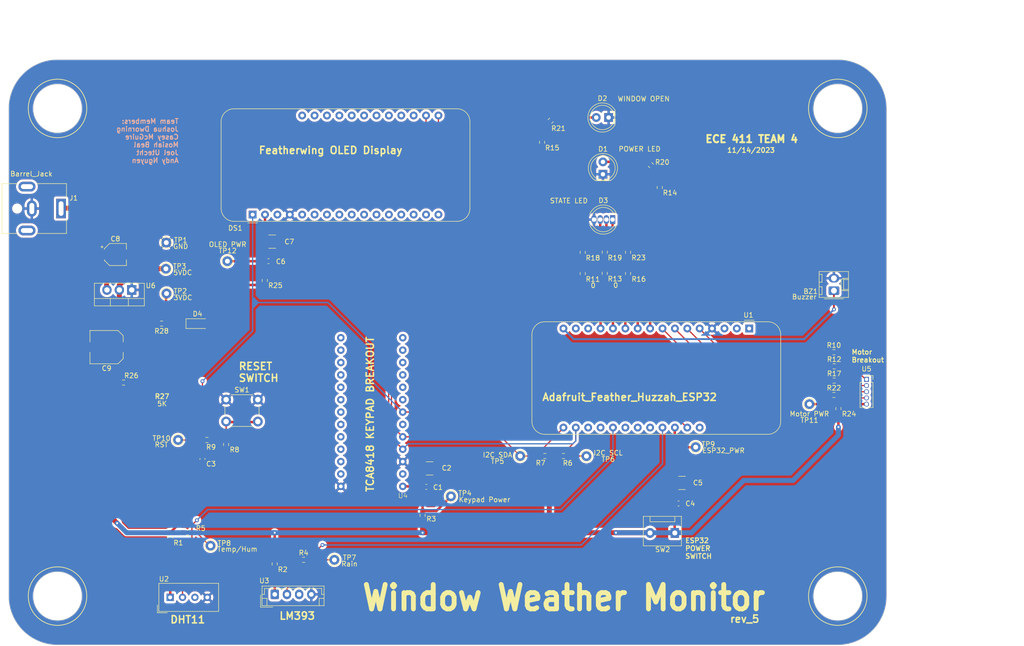
<source format=kicad_pcb>
(kicad_pcb (version 20221018) (generator pcbnew)
  (title_block (title "Window Weather Monitor") (date "2023-11-10") (rev "4") (company "Team 4"))
  (layers (0 "F.Cu" signal) (31 "B.Cu" signal) (36 "B.SilkS" user "B.Silkscreen") (37 "F.SilkS" user "F.Silkscreen") (38 "B.Mask" user) (39 "F.Mask" user) (44 "Edge.Cuts" user))
  (net 0 "")
  (net 1 "Net-(BZ1--)")
  (net 2 "Net-(SW2-A)")
  (net 3 "Net-(U1-DAC2{slash}A0)")
  (net 4 "GND")
  (net 5 "Net-(U1-MISO{slash}IO19)")
  (net 6 "Net-(U1-DAC1{slash}A1)")
  (net 7 "Net-(U1-MOSI{slash}IO18)")
  (net 8 "Net-(U1-IO36{slash}A4)")
  (net 9 "Net-(U1-IO4{slash}A5)")
  (net 10 "Net-(U1-SCK{slash}IO5)")
  (net 11 "Net-(U1-I34{slash}A2)")
  (net 12 "Net-(U1-I39{slash}A3)")
  (net 17 "I2C SDA")
  (net 18 "I2C SCL")
  (net 21 "/Temp_Hum_DO")
  (net 25 "/Rain_DO")
  (net 27 "RST SW")
  (net 29 "/+5VDC")
  (net 30 "/+3VDC")
  (net 31 "Net-(D2-A)")
  (net 32 "Net-(D1-A)")
  (net 33 "Net-(D3-RA)")
  (net 34 "Net-(D3-GA)")
  (net 35 "Net-(D3-BA)")
  (net 36 "Net-(DS1-3V+)")
  (net 37 "Net-(U2-VCC)")
  (net 38 "Net-(U3-VCC)")
  (net 39 "Net-(R16-Pad2)")
  (net 48 "Net-(U4-R3)")
  (net 49 "Net-(U4-R2)")
  (net 50 "Net-(U4-R1)")
  (net 51 "Net-(U4-R0)")
  (net 52 "Net-(U4-C0)")
  (net 53 "Net-(U4-C1)")
  (net 54 "Net-(U4-C2)")
  (net 55 "Net-(U4-C3)")
  (net 62 "Net-(U4-VIN)")
  (net 63 "Net-(R8-Pad2)")
  (net 64 "Net-(U5-M0)")
  (net 65 "Net-(R11-Pad2)")
  (net 66 "Net-(U5-M1)")
  (net 67 "Net-(R13-Pad2)")
  (net 68 "Net-(R14-Pad2)")
  (net 69 "Net-(R15-Pad2)")
  (net 70 "Net-(U5-M2)")
  (net 71 "Net-(U5-M3)")
  (net 72 "Net-(U5-VCC)")
  (net 73 "Net-(R26-Pad2)")
  (net 74 "Net-(U6-VI)")
  (footprint "Resistor_SMD:R_0603_1608Metric_Pad0.98x0.95mm_HandSolder" (layer "F.Cu") (at 199.2122 89.9922)
    (fp_text reference "R10")
    (fp_text value "0")
  )
  (footprint "Resistor_SMD:R_0603_1608Metric_Pad0.98x0.95mm_HandSolder" (layer "F.Cu") (at 82.4992 75.2856 -90)
    (fp_text reference "R25")
    (fp_text value "0")
  )
  (footprint "Resistor_SMD:R_0603_1608Metric_Pad0.98x0.95mm_HandSolder" (layer "F.Cu") (at 53.5432 96.2152)
    (fp_text reference "R26")
    (fp_text value "121")
  )
  (footprint "1_ECE 411:PSU_F.Cu" (layer "F.Cu") (at 182.375 62.05)
    (fp_text reference "Ref**" hide)
    (fp_text value "Val**" hide)
  )
  (footprint "Resistor_SMD:R_0603_1608Metric_Pad0.98x0.95mm_HandSolder" (layer "F.Cu") (at 63.119 127.889 90)
    (fp_text reference "R1")
    (fp_text value "0")
  )
  (footprint "Resistor_SMD:R_0603_1608Metric_Pad0.98x0.95mm_HandSolder" (layer "F.Cu") (at 147.701 73.8632 90)
    (fp_text reference "R11")
    (fp_text value "0")
  )
  (footprint "1_ECE 411:PSU_F.Cu" (layer "F.Cu") (at 182.375 62.05)
    (fp_text reference "")
    (fp_text value "")
  )
  (footprint "Resistor_SMD:R_0603_1608Metric_Pad0.98x0.95mm_HandSolder" (layer "F.Cu") (at 61.341 84.1248)
    (fp_text reference "R28")
    (fp_text value "430")
  )
  (footprint "Module:Adafruit_Feather" (layer "F.Cu") (at 80.01 61.7669 90)
    (fp_text reference "DS1")
    (fp_text value "~")
  )
  (footprint "Resistor_SMD:R_0603_1608Metric_Pad0.98x0.95mm_HandSolder" (layer "F.Cu") (at 84.5312 133.3989 90)
    (fp_text reference "R2")
    (fp_text value "0")
  )
  (footprint "my_library:5K Trim Pot" (layer "F.Cu") (at 61.4172 102.2652)
    (fp_text reference "R27")
    (fp_text value "5K")
  )
  (footprint "Connector_PinSocket_1.27mm:PinSocket_1x05_P1.27mm_Vertical" (layer "F.Cu") (at 205.8924 95.5548)
    (fp_text reference "U5")
    (fp_text value "~")
  )
  (footprint "Resistor_SMD:R_0603_1608Metric_Pad0.98x0.95mm_HandSolder" (layer "F.Cu") (at 152.2222 69.4709 90)
    (fp_text reference "R19")
    (fp_text value "100")
  )
  (footprint "LED_THT:LED_D5.0mm-4_RGB" (layer "F.Cu") (at 153.8224 62.7888 180)
    (fp_text reference "D3")
    (fp_text value "STATE LED")
  )
  (footprint "my_library:TestPoint_THTPad_D2.0mm_Drill1.0mm" (layer "F.Cu") (at 148.463 111.3028 180)
    (fp_text reference "TP6")
    (fp_text value "I2C SCL")
  )
  (footprint "Resistor_SMD:R_0603_1608Metric_Pad0.98x0.95mm_HandSolder" (layer "F.Cu") (at 66.6496 126.9746)
    (fp_text reference "R5")
    (fp_text value "5K")
  )
  (footprint "my_library:TestPoint_THTPad_D2.0mm_Drill1.0mm" (layer "F.Cu") (at 62.3062 67.5132)
    (fp_text reference "TP1")
    (fp_text value "GND")
  )
  (footprint "Connector_BarrelJack:BarrelJack_CUI_PJ-063AH_Horizontal" (layer "F.Cu") (at 40.7298 60.5282 -90)
    (fp_text reference "J1")
    (fp_text value "Barrel_Jack")
  )
  (footprint "my_library:TestPoint_THTPad_D2.0mm_Drill1.0mm" (layer "F.Cu") (at 71.374 129.667)
    (fp_text reference "TP8")
    (fp_text value "Temp/Hum")
  )
  (footprint "Capacitor_SMD:C_0603_1608Metric" (layer "F.Cu") (at 167.3482 121.0056)
    (fp_text reference "C4")
    (fp_text value "0.1uF")
  )
  (footprint "Capacitor_SMD:C_0603_1608Metric" (layer "F.Cu") (at 83.2612 71.3232)
    (fp_text reference "C6")
    (fp_text value "0.1uF")
  )
  (footprint "Resistor_SMD:R_0603_1608Metric_Pad0.98x0.95mm_HandSolder" (layer "F.Cu") (at 161.671 51.6382 135)
    (fp_text reference "R20")
    (fp_text value "100")
  )
  (footprint "Connector_JST:JST_EH_B4B-EH-A_1x04_P2.50mm_Vertical" (layer "F.Cu") (at 84.5496 139.6492)
    (fp_text reference "U3")
    (fp_text value "Rain Sensor")
  )
  (footprint "Capacitor_SMD:C_1210_3225Metric" (layer "F.Cu") (at 116.3066 113.8174)
    (fp_text reference "C2")
    (fp_text value "22uF")
  )
  (footprint "Resistor_SMD:R_0603_1608Metric_Pad0.98x0.95mm_HandSolder" (layer "F.Cu") (at 147.701 69.5132 90)
    (fp_text reference "R18")
    (fp_text value "100")
  )
  (footprint "Resistor_SMD:R_0603_1608Metric_Pad0.98x0.95mm_HandSolder" (layer "F.Cu") (at 163.4952 56.2168 90)
    (fp_text reference "R14")
    (fp_text value "0")
  )
  (footprint "my_library:TestPoint_THTPad_D2.0mm_Drill1.0mm" (layer "F.Cu") (at 96.774 132.5626)
    (fp_text reference "TP7")
    (fp_text value "Rain")
  )
  (footprint "Module:Adafruit_Feather" (layer "F.Cu") (at 181.8386 85.1213 -90)
    (fp_text reference "U1")
    (fp_text value "Adafruit_Feather_HUZZAH32_ESP32")
  )
  (footprint "Resistor_SMD:R_0603_1608Metric_Pad0.98x0.95mm_HandSolder" (layer "F.Cu") (at 156.9974 73.8444 90)
    (fp_text reference "R16")
    (fp_text value "0")
  )
  (footprint "Resistor_SMD:R_0603_1608Metric_Pad0.98x0.95mm_HandSolder" (layer "F.Cu") (at 114.8588 123.444 -90)
    (fp_text reference "R3")
    (fp_text value "0")
  )
  (footprint "Sensor:Aosong_DHT11_5.5x12.0_P2.54mm" (layer "F.Cu") (at 63.0936 140.2588 90)
    (fp_text reference "U2")
    (fp_text value "DHT11")
  )
  (footprint "Resistor_SMD:R_0603_1608Metric_Pad0.98x0.95mm_HandSolder" (layer "F.Cu") (at 139.3698 46.9411 90)
    (fp_text reference "R15")
    (fp_text value "0")
  )
  (footprint "Resistor_SMD:R_0603_1608Metric_Pad0.98x0.95mm_HandSolder" (layer "F.Cu") (at 139.9286 111.2774 180)
    (fp_text reference "R7")
    (fp_text value "4.7K")
  )
  (footprint "Button_Switch_THT:SW_PUSH_6mm" (layer "F.Cu") (at 74.5756 99.7056)
    (fp_text reference "SW1")
    (fp_text value "RST Switch")
  )
  (footprint "LED_THT:LED_D5.0mm" (layer "F.Cu") (at 153.0096 41.8592 180)
    (fp_text reference "D2")
    (fp_text value "WINDOW OPEN")
  )
  (footprint "Capacitor_SMD:C_1210_3225Metric" (layer "F.Cu") (at 168.0464 116.7892)
    (fp_text reference "C5")
    (fp_text value "22uF")
  )
  (footprint "my_library:TestPoint_THTPad_D2.0mm_Drill1.0mm" (layer "F.Cu") (at 74.8284 71.3232 180)
    (fp_text reference "TP12")
    (fp_text value "OLED PWR")
  )
  (footprint "Capacitor_SMD:CP_Elec_4x5.4" (layer "F.Cu") (at 51.8668 69.9516)
    (fp_text reference "C8")
    (fp_text value "10uF")
  )
  (footprint "my_library:TestPoint_THTPad_D2.0mm_Drill1.0mm" (layer "F.Cu") (at 194.183 100.6348 180)
    (fp_text reference "TP11")
    (fp_text value "Motor PWR")
  )
  (footprint "my_library:TestPoint_THTPad_D2.0mm_Drill1.0mm" (layer "F.Cu") (at 170.8658 109.4486)
    (fp_text reference "TP9")
    (fp_text value "ESP32_PWR")
  )
  (footprint "my_library:TestPoint_THTPad_D2.0mm_Drill1.0mm" (layer "F.Cu") (at 62.23 72.8726)
    (fp_text reference "TP3")
    (fp_text value "5VDC")
  )
  (footprint "Package_TO_SOT_THT:TO-220-3_Vertical" (layer "F.Cu") (at 55.2196 77.216 180)
    (fp_text reference "U6")
    (fp_text value "LT1086-5.0")
  )
  (footprint "Capacitor_SMD:C_0603_1608Metric" (layer "F.Cu") (at 115.6208 117.602)
    (fp_text reference "C1")
    (fp_text value "0.1uF")
  )
  (footprint "Resistor_SMD:R_0603_1608Metric_Pad0.98x0.95mm_HandSolder" (layer "F.Cu") (at 70.63 107.99 180)
    (fp_text reference "R9")
    (fp_text value "33K")
  )
  (footprint "Resistor_SMD:R_0603_1608Metric_Pad0.98x0.95mm_HandSolder" (layer "F.Cu") (at 141.1224 42.5196 45)
    (fp_text reference "R21")
    (fp_text value "100")
  )
  (footprint "my_library:TestPoint_THTPad_D2.0mm_Drill1.0mm" (layer "F.Cu") (at 120.6754 119.5324)
    (fp_text reference "TP4")
    (fp_text value "Keypad Power")
  )
  (footprint "Resistor_SMD:R_0603_1608Metric_Pad0.98x0.95mm_HandSolder" (layer "F.Cu") (at 199.263 95.8088)
    (fp_text reference "R17")
    (fp_text value "0")
  )
  (footprint "Resistor_SMD:R_0603_1608Metric_Pad0.98x0.95mm_HandSolder" (layer "F.Cu") (at 152.2106 73.8209 90)
    (fp_text reference "R13")
    (fp_text value "0")
  )
  (footprint "my_library:TestPoint_THTPad_D2.0mm_Drill1.0mm" (layer "F.Cu") (at 64.7192 107.9754)
    (fp_text reference "TP10")
    (fp_text value "RST")
  )
  (footprint "my_library:TestPoint_THTPad_D2.0mm_Drill1.0mm" (layer "F.Cu") (at 134.874 111.2774 180)
    (fp_text reference "TP5")
    (fp_text value "I2C SDA")
  )
  (footprint "Connector:FanPinHeader_1x03_P2.54mm_Vertical" (layer "F.Cu") (at 166.5832 127.0448 180)
    (fp_text reference "SW2")
    (fp_text value "PWR DISABLE")
  )
  (footprint "Connector_Molex:Molex_KK-254_AE-6410-02A_1x02_P2.54mm_Vertical" (layer "F.Cu") (at 199.2068 77.3684 90)
    (fp_text reference "BZ1")
    (fp_text value "Buzzer")
  )
  (footprint "my_library:TestPoint_THTPad_D2.0mm_Drill1.0mm" (layer "F.Cu") (at 62.357 77.9526)
    (fp_text reference "TP2")
    (fp_text value "3VDC")
  )
  (footprint "Diode_SMD:D_SOD-123" (layer "F.Cu") (at 68.707 84.1248)
    (fp_text reference "D4")
    (fp_text value "3V Zener")
  )
  (footprint "LED_THT:LED_D5.0mm" (layer "F.Cu") (at 151.8412 53.4974 90)
    (fp_text reference "D1")
    (fp_text value "POWER LED")
  )
  (footprint "Capacitor_SMD:C_1210_3225Metric" (layer "F.Cu") (at 84.0232 67.31)
    (fp_text reference "C7")
    (fp_text value "22uF")
  )
  (footprint "Resistor_SMD:R_0603_1608Metric_Pad0.98x0.95mm_HandSolder" (layer "F.Cu") (at 156.9974 69.4944 90)
    (fp_text reference "R23")
    (fp_text value "100")
  )
  (footprint "Resistor_SMD:R_0603_1608Metric_Pad0.98x0.95mm_HandSolder" (layer "F.Cu") (at 90.4748 132.5626)
    (fp_text reference "R4")
    (fp_text value "NP")
  )
  (footprint "Resistor_SMD:R_0603_1608Metric_Pad0.98x0.95mm_HandSolder" (layer "F.Cu") (at 199.263 92.8878)
    (fp_text reference "R12")
    (fp_text value "0")
  )
  (footprint "Resistor_SMD:R_0603_1608Metric_Pad0.98x0.95mm_HandSolder" (layer "F.Cu") (at 74.5744 108.9152 90)
    (fp_text reference "R8")
    (fp_text value "5K")
  )
  (footprint "Resistor_SMD:R_0603_1608Metric_Pad0.98x0.95mm_HandSolder" (layer "F.Cu") (at 143.7386 111.2774)
    (fp_text reference "R6")
    (fp_text value "4.7K")
  )
  (footprint "my_library:TCA8418" (layer "F.Cu") (at 115.8768 112.4204 90)
    (fp_text reference "U4")
    (fp_text value "~")
  )
  (footprint "Capacitor_SMD:C_Elec_6.3x5.8" (layer "F.Cu") (at 50.0634 88.9508 180)
    (fp_text reference "C9")
    (fp_text value "100uF")
  )
  (footprint "Capacitor_SMD:C_0603_1608Metric" (layer "F.Cu") (at 69.72 111.88 90)
    (fp_text reference "C3")
    (fp_text value "22nF")
  )
  (footprint "Resistor_SMD:R_0603_1608Metric_Pad0.98x0.95mm_HandSolder" (layer "F.Cu") (at 200.1266 101.5492 -90)
    (fp_text reference "R24")
    (fp_text value "0")
  )
  (footprint "Resistor_SMD:R_0603_1608Metric_Pad0.98x0.95mm_HandSolder" (layer "F.Cu") (at 199.2122 98.7552)
    (fp_text reference "R22")
    (fp_text value "0")
  )
  (gr_circle locked (center 40 140) (end 46 140) (stroke (width 0.15)) (fill none) (layer "F.SilkS"))
  (gr_circle locked (center 200 40) (end 206 40) (stroke (width 0.15)) (fill none) (layer "F.SilkS"))
  (gr_circle locked (center 200 140) (end 206 140) (stroke (width 0.15)) (fill none) (layer "F.SilkS"))
  (gr_circle locked (center 40 40) (end 46 40) (stroke (width 0.15)) (fill none) (layer "F.SilkS"))
  (gr_line locked (start 40 150) (end 200 150) (stroke (width 0.1)) (layer "Edge.Cuts"))
  (gr_arc locked (start 200 30) (mid 207.071068 32.928932) (end 210 40) (stroke (width 0.1)) (layer "Edge.Cuts"))
  (gr_circle locked (center 200 140) (end 205 140) (stroke (width 0.1)) (fill none) (layer "Edge.Cuts"))
  (gr_line locked (start 200 30) (end 40 30) (stroke (width 0.1)) (layer "Edge.Cuts"))
  (gr_arc locked (start 30 40) (mid 32.928932 32.928932) (end 40 30) (stroke (width 0.1)) (layer "Edge.Cuts"))
  (gr_line locked (start 30 40) (end 30 140) (stroke (width 0.1)) (layer "Edge.Cuts"))
  (gr_arc locked (start 40 150) (mid 32.928932 147.071068) (end 30 140) (stroke (width 0.1)) (layer "Edge.Cuts"))
  (gr_circle locked (center 200 40) (end 205 40) (stroke (width 0.1)) (fill none) (layer "Edge.Cuts"))
  (gr_circle locked (center 40 140) (end 45 140) (stroke (width 0.1)) (fill none) (layer "Edge.Cuts"))
  (gr_circle locked (center 40 40) (end 45 40) (stroke (width 0.1)) (fill none) (layer "Edge.Cuts"))
  (gr_arc locked (start 210 140) (mid 207.071068 147.071068) (end 200 150) (stroke (width 0.1)) (layer "Edge.Cuts"))
  (gr_line locked (start 210 140) (end 210 40) (stroke (width 0.1)) (layer "Edge.Cuts"))
  (gr_text "Team Members:\nJoshua Dworning\nCasey McGuire\nMosiah Beal\nJoel Utecht\nAndy Nguyen" (at 64.9478 51.2572) (layer "B.SilkS") (effects (font (size 1 1) (thickness 0.2) bold) (justify left bottom mirror)))
  (gr_text "rev_5" (at 177.7492 145.5674) (layer "F.SilkS") (effects (font (size 1.5 1.5) (thickness 0.3) bold) (justify left bottom)))
  (gr_text "11/14/2023" (at 177.2158 49.149) (layer "F.SilkS") (effects (font (size 1 1) (thickness 0.2) bold) (justify left bottom)))
  (gr_text "TCA8418 KEYPAD BREAKOUT" (at 104.9782 118.7958 90) (layer "F.SilkS") (effects (font (size 1.5 1.5) (thickness 0.3) bold) (justify left bottom)))
  (gr_text "ECE 411 TEAM 4" (at 172.6692 47.1424) (layer "F.SilkS") (effects (font (size 1.5 1.5) (thickness 0.375) bold) (justify left bottom)))
  (gr_text "RESET\nSWITCH" (at 77.0128 96.1644) (layer "F.SilkS") (effects (font (size 1.5 1.5) (thickness 0.3) bold) (justify left bottom)))
  (gr_text "ESP32\nPOWER\nSWITCH" (at 168.6306 132.4102) (layer "F.SilkS") (effects (font (size 1 1) (thickness 0.2) bold) (justify left bottom)))
  (gr_text "DHT11" (at 62.9666 145.6944) (layer "F.SilkS") (effects (font (size 1.5 1.5) (thickness 0.3) bold) (justify left bottom)))
  (gr_text "Featherwing OLED Display" (at 81.1276 49.4538) (layer "F.SilkS") (effects (font (size 1.5 1.5) (thickness 0.3) bold) (justify left bottom)))
  (gr_text "Motor\nBreakout" (at 202.7428 92.1512) (layer "F.SilkS") (effects (font (size 1 1) (thickness 0.2) bold) (justify left bottom)))
  (gr_text "Adafruit_Feather_Huzzah_ESP32" (at 139.2682 100.076) (layer "F.SilkS") (effects (font (size 1.5 1.5) (thickness 0.3) bold) (justify left bottom)))
  (gr_text "Window Weather Monitor" (at 102.0318 143.2814) (layer "F.SilkS") (effects (font (size 5 4.5) (thickness 1) bold) (justify left bottom)))
  (gr_text "LM393" (at 85.344 144.9324) (layer "F.SilkS") (effects (font (size 1.5 1.5) (thickness 0.3) bold) (justify left bottom)))
  (segment (start 166.5714 121.0038) (end 166.5732 121.0056) (width 0.508) (layer "F.Cu") (net 0))
  (segment (start 166.5714 105.5447) (end 166.5986 105.5175) (width 0.508) (layer "F.Cu") (net 0))
  (segment (start 166.5714 109.4486) (end 166.5714 105.5447) (width 0.508) (layer "F.Cu") (net 0))
  (segment (start 166.5968 109.474) (end 166.5714 109.4486) (width 0.508) (layer "F.Cu") (net 0))
  (segment (start 166.5714 116.7892) (end 166.5714 109.4486) (width 0.508) (layer "F.Cu") (net 0))
  (segment (start 166.5714 116.7892) (end 166.5714 121.0038) (width 0.508) (layer "F.Cu") (net 0))
  (segment (start 170.7388 109.474) (end 166.5968 109.474) (width 0.508) (layer "F.Cu") (net 0))
  (segment (start 166.5602 127) (end 166.5602 121.0186) (width 0.508) (layer "F.Cu") (net 0))
  (segment (start 166.5602 121.0186) (end 166.5732 121.0056) (width 0.508) (layer "F.Cu") (net 0))
  (segment (start 199.2068 77.3684) (end 199.2068 81.1838) (width 0.381) (layer "F.Cu") (net 1))
  (segment (start 199.2122 81.2038) (end 199.1868 81.2038) (width 0.381) (layer "F.Cu") (net 1))
  (segment (start 199.1868 81.2038) (end 199.1868 81.2038) (width 0.381) (layer "F.Cu") (net 1))
  (segment (start 199.2068 81.1838) (end 199.2122 81.1784) (width 0.381) (layer "F.Cu") (net 1))
  (segment (start 199.2122 81.1784) (end 199.2122 81.2038) (width 0.381) (layer "F.Cu") (net 1))
  (via (at 199.2122 81.2038) (size 0.8) (drill 0.4) (layers "F.Cu" "B.Cu") (net 1))
  (segment (start 145.8409 87.2998) (end 143.7386 85.1975) (width 0.381) (layer "B.Cu") (net 1))
  (segment (start 193.1162 87.2998) (end 145.8409 87.2998) (width 0.381) (layer "B.Cu") (net 1))
  (segment (start 199.2122 81.2038) (end 193.1162 87.2998) (width 0.381) (layer "B.Cu") (net 1))
  (segment (start 198.2997 89.9922) (end 176.4733 89.9922) (width 0.254) (layer "F.Cu") (net 3))
  (segment (start 176.4733 89.9922) (end 171.6786 85.1975) (width 0.254) (layer "F.Cu") (net 3))
  (segment (start 147.701 74.7757) (end 147.701 77.2414) (width 0.508) (layer "F.Cu") (net 5))
  (segment (start 151.384 80.9244) (end 151.3586 80.9498) (width 0.508) (layer "F.Cu") (net 5))
  (segment (start 147.701 77.2414) (end 151.384 80.9244) (width 0.508) (layer "F.Cu") (net 5))
  (segment (start 151.3586 80.9498) (end 151.3586 85.1975) (width 0.508) (layer "F.Cu") (net 5))
  (segment (start 176.8289 92.8878) (end 169.1386 85.1975) (width 0.254) (layer "F.Cu") (net 6))
  (segment (start 198.3505 92.8878) (end 176.8289 92.8878) (width 0.254) (layer "F.Cu") (net 6))
  (segment (start 152.2106 78.703) (end 153.8986 80.391) (width 0.508) (layer "F.Cu") (net 7))
  (segment (start 153.8986 80.391) (end 153.8986 85.1975) (width 0.508) (layer "F.Cu") (net 7))
  (segment (start 152.2106 74.7334) (end 152.2106 78.703) (width 0.508) (layer "F.Cu") (net 7))
  (segment (start 163.4952 78.516) (end 161.5186 80.4926) (width 0.508) (layer "F.Cu") (net 8))
  (segment (start 161.5186 80.4926) (end 161.5186 85.1975) (width 0.508) (layer "F.Cu") (net 8))
  (segment (start 163.4952 57.1293) (end 163.4952 78.516) (width 0.508) (layer "F.Cu") (net 8))
  (segment (start 139.3698 47.8536) (end 139.3698 51.3588) (width 0.508) (layer "F.Cu") (net 9))
  (segment (start 161.5694 77.5208) (end 158.9786 80.1116) (width 0.508) (layer "F.Cu") (net 9))
  (segment (start 139.3698 51.3588) (end 144.907 56.896) (width 0.508) (layer "F.Cu") (net 9))
  (segment (start 155.1686 56.896) (end 161.5694 63.2968) (width 0.508) (layer "F.Cu") (net 9))
  (segment (start 161.5694 63.2968) (end 161.5694 77.5208) (width 0.508) (layer "F.Cu") (net 9))
  (segment (start 158.9786 80.1116) (end 158.9786 85.1975) (width 0.508) (layer "F.Cu") (net 9))
  (segment (start 144.907 56.896) (end 155.1686 56.896) (width 0.508) (layer "F.Cu") (net 9))
  (segment (start 156.4386 80.3148) (end 156.4386 85.1975) (width 0.508) (layer "F.Cu") (net 10))
  (segment (start 156.9974 74.7569) (end 156.9974 79.756) (width 0.508) (layer "F.Cu") (net 10))
  (segment (start 156.9974 79.756) (end 156.4386 80.3148) (width 0.508) (layer "F.Cu") (net 10))
  (segment (start 198.3505 95.8088) (end 177.2099 95.8088) (width 0.254) (layer "F.Cu") (net 11))
  (segment (start 177.2099 95.8088) (end 166.5986 85.1975) (width 0.254) (layer "F.Cu") (net 11))
  (segment (start 177.6163 98.7552) (end 164.0586 85.1975) (width 0.254) (layer "F.Cu") (net 12))
  (segment (start 198.2997 98.7552) (end 177.6163 98.7552) (width 0.254) (layer "F.Cu") (net 12))
  (segment (start 139.0161 111.2774) (end 134.874 111.2774) (width 0.254) (layer "F.Cu") (net 17))
  (segment (start 130.937 107.3404) (end 110.7968 107.3404) (width 0.254) (layer "F.Cu") (net 17))
  (segment (start 139.0161 110.24) (end 143.7386 105.5175) (width 0.254) (layer "F.Cu") (net 17))
  (segment (start 121.8692 47.5488) (end 118.11 43.7896) (width 0.254) (layer "F.Cu") (net 17))
  (segment (start 110.7968 107.3404) (end 108.4834 105.027) (width 0.254) (layer "F.Cu") (net 17))
  (segment (start 118.11 43.7896) (end 118.11 41.4469) (width 0.254) (layer "F.Cu") (net 17))
  (segment (start 121.8692 72.8472) (end 121.8692 47.5488) (width 0.254) (layer "F.Cu") (net 17))
  (segment (start 139.0161 111.2774) (end 139.0161 110.24) (width 0.254) (layer "F.Cu") (net 17))
  (segment (start 134.874 111.2774) (end 130.937 107.3404) (width 0.254) (layer "F.Cu") (net 17))
  (segment (start 108.4834 105.027) (end 108.4834 86.233) (width 0.254) (layer "F.Cu") (net 17))
  (segment (start 108.4834 86.233) (end 121.8692 72.8472) (width 0.254) (layer "F.Cu") (net 17))
  (segment (start 144.6511 111.2774) (end 148.4376 111.2774) (width 0.254) (layer "F.Cu") (net 18))
  (segment (start 115.57 42.9768) (end 120.9802 48.387) (width 0.254) (layer "F.Cu") (net 18))
  (segment (start 148.4376 111.2774) (end 148.463 111.252) (width 0.508) (layer "F.Cu") (net 18))
  (segment (start 144.6511 109.8061) (end 146.2786 108.1786) (width 0.254) (layer "F.Cu") (net 18))
  (segment (start 107.9024 85.992342) (end 107.9024 106.986) (width 0.254) (layer "F.Cu") (net 18))
  (segment (start 146.2786 108.1786) (end 146.2786 105.5175) (width 0.254) (layer "F.Cu") (net 18))
  (segment (start 107.9024 106.986) (end 110.7968 109.8804) (width 0.254) (layer "F.Cu") (net 18))
  (segment (start 144.6511 111.2774) (end 144.6511 109.8061) (width 0.254) (layer "F.Cu") (net 18))
  (segment (start 115.57 41.4469) (end 115.57 42.9768) (width 0.254) (layer "F.Cu") (net 18))
  (segment (start 120.9802 48.387) (end 120.9802 72.914542) (width 0.254) (layer "F.Cu") (net 18))
  (segment (start 120.9802 72.914542) (end 107.9024 85.992342) (width 0.254) (layer "F.Cu") (net 18))
  (segment (start 145.6944 108.7628) (end 146.2786 108.1786) (width 0.254) (layer "B.Cu") (net 18))
  (segment (start 111.9144 108.7628) (end 145.6944 108.7628) (width 0.254) (layer "B.Cu") (net 18))
  (segment (start 146.2786 108.1786) (end 146.2786 105.5175) (width 0.254) (layer "B.Cu") (net 18))
  (segment (start 110.7968 109.8804) (end 111.9144 108.7628) (width 0.254) (layer "B.Cu") (net 18))
  (segment (start 67.5621 125.4525) (end 68.5546 124.46) (width 0.254) (layer "F.Cu") (net 21))
  (segment (start 65.6336 135.7884) (end 65.6336 140.2588) (width 0.254) (layer "F.Cu") (net 21))
  (segment (start 67.5621 133.8599) (end 65.6336 135.7884) (width 0.254) (layer "F.Cu") (net 21))
  (segment (start 68.58 124.4346) (end 68.58 124.4346) (width 0.508) (layer "F.Cu") (net 21))
  (segment (start 67.5621 126.9746) (end 67.5621 125.4525) (width 0.254) (layer "F.Cu") (net 21))
  (segment (start 68.5546 124.46) (end 68.58 124.46) (width 0.508) (layer "F.Cu") (net 21))
  (segment (start 68.5038 126.9746) (end 71.0946 129.5654) (width 0.254) (layer "F.Cu") (net 21))
  (segment (start 67.5621 126.9746) (end 67.5621 133.8599) (width 0.254) (layer "F.Cu") (net 21))
  (segment (start 67.5621 126.9746) (end 68.5038 126.9746) (width 0.254) (layer "F.Cu") (net 21))
  (segment (start 68.58 124.46) (end 68.58 124.4346) (width 0.508) (layer "F.Cu") (net 21))
  (via (at 68.58 124.46) (size 0.8) (drill 0.4) (layers "F.Cu" "B.Cu") (net 21))
  (segment (start 143.2365 122.2502) (end 153.8986 111.5881) (width 0.254) (layer "B.Cu") (net 21))
  (segment (start 68.58 124.46) (end 70.7898 122.2502) (width 0.254) (layer "B.Cu") (net 21))
  (segment (start 70.7898 122.2502) (end 143.2365 122.2502) (width 0.254) (layer "B.Cu") (net 21))
  (segment (start 153.8986 111.5881) (end 153.8986 105.5175) (width 0.254) (layer "B.Cu") (net 21))
  (segment (start 87.0496 138.4516) (end 91.3873 134.1139) (width 0.254) (layer "F.Cu") (net 25))
  (segment (start 91.3873 134.1139) (end 91.3873 132.5626) (width 0.254) (layer "F.Cu") (net 25))
  (segment (start 94.2848 129.5146) (end 91.3873 132.4121) (width 0.254) (layer "F.Cu") (net 25))
  (segment (start 91.3873 132.4121) (end 91.3873 132.5626) (width 0.254) (layer "F.Cu") (net 25))
  (segment (start 91.3873 132.5626) (end 96.7486 132.5626) (width 0.254) (layer "F.Cu") (net 25))
  (segment (start 94.3356 129.5146) (end 94.2848 129.5146) (width 0.254) (layer "F.Cu") (net 25))
  (segment (start 87.0496 139.6492) (end 87.0496 138.4516) (width 0.254) (layer "F.Cu") (net 25))
  (via (at 94.3356 129.5146) (size 0.8) (drill 0.4) (layers "F.Cu" "B.Cu") (net 25))
  (segment (start 164.0586 112.8776) (end 164.0586 105.5175) (width 0.254) (layer "B.Cu") (net 25))
  (segment (start 147.4216 129.5146) (end 164.0586 112.8776) (width 0.254) (layer "B.Cu") (net 25))
  (segment (start 94.3356 129.5146) (end 147.4216 129.5146) (width 0.254) (layer "B.Cu") (net 25))
  (segment (start 110.7968 102.2604) (end 165.8815 102.2604) (width 0.254) (layer "F.Cu") (net 27))
  (segment (start 165.8815 102.2604) (end 169.1386 105.5175) (width 0.254) (layer "F.Cu") (net 27))
  (segment (start 64.93 108) (end 69.7075 108) (width 0.254) (layer "F.Cu") (net 27))
  (segment (start 69.723 95.9358) (end 69.7738 95.9358) (width 0.508) (layer "F.Cu") (net 27))
  (segment (start 69.7075 108) (end 69.7175 107.99) (width 0.508) (layer "F.Cu") (net 27))
  (segment (start 69.7175 107.99) (end 69.7175 95.9921) (width 0.254) (layer "F.Cu") (net 27))
  (segment (start 69.7175 95.9921) (end 69.723 95.9866) (width 0.508) (layer "F.Cu") (net 27))
  (segment (start 69.723 95.9866) (end 69.723 95.9358) (width 0.508) (layer "F.Cu") (net 27))
  (segment (start 69.7738 95.9358) (end 69.723 95.9866) (width 0.508) (layer "F.Cu") (net 27))
  (segment (start 69.72 107.9925) (end 69.7175 107.99) (width 0.508) (layer "F.Cu") (net 27))
  (segment (start 69.72 111.105) (end 69.72 107.9925) (width 0.254) (layer "F.Cu") (net 27))
  (via (at 69.723 95.9358) (size 0.8) (drill 0.4) (layers "F.Cu" "B.Cu") (net 27))
  (segment (start 80.01 79.8068) (end 80.01 61.7669) (width 0.254) (layer "B.Cu") (net 27))
  (segment (start 80.01 79.8068) (end 95.4532 79.8068) (width 0.254) (layer "B.Cu") (net 27))
  (segment (start 69.723 95.9358) (end 80.01 85.6488) (width 0.254) (layer "B.Cu") (net 27))
  (segment (start 80.01 85.6488) (end 80.01 79.8068) (width 0.254) (layer "B.Cu") (net 27))
  (segment (start 104.2924 95.756) (end 110.7968 102.2604) (width 0.254) (layer "B.Cu") (net 27))
  (segment (start 104.2924 88.646) (end 104.2924 95.756) (width 0.254) (layer "B.Cu") (net 27))
  (segment (start 95.4532 79.8068) (end 104.2924 88.646) (width 0.254) (layer "B.Cu") (net 27))
  (segment (start 52.6307 96.2152) (end 52.6307 88.9806) (width 1.016) (layer "F.Cu") (net 29))
  (segment (start 50.2412 98.6047) (end 52.6307 96.2152) (width 1.016) (layer "F.Cu") (net 29))
  (segment (start 74.549 115.5465) (end 74.549 115.4938) (width 0.508) (layer "F.Cu") (net 29))
  (segment (start 74.549 115.4938) (end 74.5744 115.4684) (width 0.508) (layer "F.Cu") (net 29))
  (segment (start 140.8938 127) (end 114.8588 127) (width 1.016) (layer "F.Cu") (net 29))
  (segment (start 140.8411 126.9473) (end 140.8938 127) (width 1.016) (layer "F.Cu") (net 29))
  (segment (start 63.119 126.9765) (end 65.659 126.9765) (width 0.508) (layer "F.Cu") (net 29))
  (segment (start 52.2224 125.0442) (end 50.2412 123.063) (width 1.016) (layer "F.Cu") (net 29))
  (segment (start 52.9082 84.1248) (end 52.6796 83.8962) (width 1.016) (layer "F.Cu") (net 29))
  (segment (start 200.1266 102.2858) (end 200.152 102.2604) (width 0.508) (layer "F.Cu") (net 29))
  (segment (start 52.6796 76.21967) (end 52.6796 77.216) (width 1.016) (layer "F.Cu") (net 29))
  (segment (start 161.4584 127) (end 161.5032 127.0448) (width 1.016) (layer "F.Cu") (net 29))
  (segment (start 52.6307 88.9806) (end 52.6009 88.9508) (width 1.016) (layer "F.Cu") (net 29))
  (segment (start 52.6796 77.216) (end 52.6796 83.8962) (width 1.016) (layer "F.Cu") (net 29))
  (segment (start 62.23 72.8726) (end 56.02667 72.8726) (width 1.016) (layer "F.Cu") (net 29))
  (segment (start 50.2412 123.063) (end 50.2412 98.6047) (width 1.016) (layer "F.Cu") (net 29))
  (segment (start 60.4285 84.1248) (end 52.9082 84.1248) (width 1.016) (layer "F.Cu") (net 29))
  (segment (start 56.02667 72.8726) (end 52.6796 76.21967) (width 1.016) (layer "F.Cu") (net 29))
  (segment (start 63.119 126.9765) (end 74.549 115.5465) (width 0.508) (layer "F.Cu") (net 29))
  (segment (start 114.8588 127) (end 114.8588 124.3565) (width 1.016) (layer "F.Cu") (net 29))
  (segment (start 84.5312 127) (end 84.5312 132.4864) (width 0.508) (layer "F.Cu") (net 29))
  (segment (start 140.8411 111.2774) (end 140.8411 126.9473) (width 1.016) (layer "F.Cu") (net 29))
  (segment (start 84.5312 132.4864) (end 89.5512 132.4864) (width 0.508) (layer "F.Cu") (net 29))
  (segment (start 52.2224 125.0442) (end 54.1547 126.9765) (width 0.508) (layer "F.Cu") (net 29))
  (segment (start 140.8411 111.2774) (end 142.8261 111.2774) (width 0.508) (layer "F.Cu") (net 29))
  (segment (start 54.1547 126.9765) (end 63.119 126.9765) (width 0.508) (layer "F.Cu") (net 29))
  (segment (start 140.8938 127) (end 154.5082 127) (width 1.016) (layer "F.Cu") (net 29))
  (segment (start 52.6796 88.8721) (end 52.6009 88.9508) (width 1.016) (layer "F.Cu") (net 29))
  (segment (start 74.5744 115.4684) (end 74.5744 109.8277) (width 0.508) (layer "F.Cu") (net 29))
  (segment (start 200.1266 105.3338) (end 200.1266 102.2858) (width 0.508) (layer "F.Cu") (net 29))
  (segment (start 154.5082 127) (end 161.4584 127) (width 1.016) (layer "F.Cu") (net 29))
  (segment (start 52.6796 83.8962) (end 52.6796 88.8721) (width 1.016) (layer "F.Cu") (net 29))
  (via (at 114.8588 127) (size 0.8) (drill 0.4) (layers "F.Cu" "B.Cu") (net 29))
  (via (at 84.5312 127) (size 0.8) (drill 0.4) (layers "F.Cu" "B.Cu") (net 29))
  (via (at 52.2224 125.0442) (size 0.8) (drill 0.4) (layers "F.Cu" "B.Cu") (net 29))
  (via (at 154.5082 127) (size 0.8) (drill 0.4) (layers "F.Cu" "B.Cu") (net 29))
  (via (at 200.1266 105.3338) (size 0.8) (drill 0.4) (layers "F.Cu" "B.Cu") (net 29))
  (segment (start 170.0022 127) (end 154.5082 127) (width 1.016) (layer "B.Cu") (net 29))
  (segment (start 83.8962 127) (end 114.8588 127) (width 1.016) (layer "B.Cu") (net 29))
  (segment (start 84.5312 127) (end 54.1782 127) (width 1.016) (layer "B.Cu") (net 29))
  (segment (start 54.1782 127) (end 52.2224 125.0442) (width 1.016) (layer "B.Cu") (net 29))
  (segment (start 84.5312 127) (end 83.8962 127) (width 0.508) (layer "B.Cu") (net 29))
  (segment (start 200.1266 106.9848) (end 190.8302 116.2812) (width 1.016) (layer "B.Cu") (net 29))
  (segment (start 180.721 116.2812) (end 170.0022 127) (width 1.016) (layer "B.Cu") (net 29))
  (segment (start 190.8302 116.2812) (end 180.721 116.2812) (width 1.016) (layer "B.Cu") (net 29))
  (segment (start 200.1266 105.3338) (end 200.1266 106.9848) (width 1.016) (layer "B.Cu") (net 29))
  (segment (start 82.4992 76.1981) (end 72.4935 76.1981) (width 0.508) (layer "F.Cu") (net 30))
  (segment (start 67.057 84.1248) (end 62.2535 84.1248) (width 0.508) (layer "F.Cu") (net 30))
  (segment (start 67.057 81.6346) (end 67.057 84.1248) (width 0.508) (layer "F.Cu") (net 30))
  (segment (start 72.4935 76.1981) (end 67.057 81.6346) (width 0.508) (layer "F.Cu") (net 30))
  (segment (start 62.2535 78.0561) (end 62.357 77.9526) (width 0.508) (layer "F.Cu") (net 30))
  (segment (start 62.2535 84.1248) (end 62.2535 78.0561) (width 0.508) (layer "F.Cu") (net 30))
  (segment (start 150.4677 41.8611) (end 150.4696 41.8592) (width 0.508) (layer "F.Cu") (net 31))
  (segment (start 141.859 41.8611) (end 150.4677 41.8611) (width 0.508) (layer "F.Cu") (net 31))
  (segment (start 160.9852 50.9543) (end 151.8443 50.9543) (width 0.508) (layer "F.Cu") (net 32))
  (segment (start 151.8443 50.9543) (end 151.8412 50.9574) (width 0.508) (layer "F.Cu") (net 32))
  (segment (start 156.9974 68.5819) (end 153.8478 65.4323) (width 0.508) (layer "F.Cu") (net 33))
  (segment (start 153.8478 65.2526) (end 153.8224 65.2272) (width 0.508) (layer "F.Cu") (net 33))
  (segment (start 153.8478 65.4323) (end 153.8478 65.2526) (width 0.508) (layer "F.Cu") (net 33))
  (segment (start 153.8224 65.2272) (end 153.8224 62.7888) (width 0.508) (layer "F.Cu") (net 33))
  (segment (start 152.2222 68.5584) (end 152.5524 68.2282) (width 0.508) (layer "F.Cu") (net 34))
  (segment (start 152.5524 68.2282) (end 152.5524 62.7888) (width 0.508) (layer "F.Cu") (net 34))
  (segment (start 151.2824 65.0193) (end 151.2824 62.7888) (width 0.508) (layer "F.Cu") (net 35))
  (segment (start 147.701 68.6007) (end 151.2824 65.0193) (width 0.508) (layer "F.Cu") (net 35))
  (segment (start 82.55 67.3082) (end 82.5482 67.31) (width 0.508) (layer "F.Cu") (net 36))
  (segment (start 82.55 61.7669) (end 82.55 67.3082) (width 0.508) (layer "F.Cu") (net 36))
  (segment (start 82.5482 71.2612) (end 82.4862 71.3232) (width 0.508) (layer "F.Cu") (net 36))
  (segment (start 82.4862 74.3601) (end 82.4992 74.3731) (width 0.508) (layer "F.Cu") (net 36))
  (segment (start 82.4862 71.3232) (end 82.4862 74.3601) (width 0.508) (layer "F.Cu") (net 36))
  (segment (start 82.5482 67.31) (end 82.5482 71.2612) (width 0.508) (layer "F.Cu") (net 36))
  (segment (start 82.4862 71.3232) (end 74.8284 71.3232) (width 0.508) (layer "F.Cu") (net 36))
  (segment (start 63.119 140.2334) (end 63.0936 140.2588) (width 0.508) (layer "F.Cu") (net 37))
  (segment (start 63.119 128.8015) (end 63.119 140.2334) (width 0.508) (layer "F.Cu") (net 37))
  (segment (start 84.5496 134.3298) (end 84.5312 134.3114) (width 0.508) (layer "F.Cu") (net 38))
  (segment (start 84.5496 139.6492) (end 84.5496 134.3298) (width 0.508) (layer "F.Cu") (net 38))
  (segment (start 156.9974 70.4069) (end 156.9974 72.9319) (width 0.508) (layer "F.Cu") (net 39))
  (segment (start 114.7442 117.5004) (end 114.8458 117.602) (width 0.508) (layer "F.Cu") (net 62))
  (segment (start 114.8588 117.615) (end 114.8458 117.602) (width 0.508) (layer "F.Cu") (net 62))
  (segment (start 114.984 117.4638) (end 114.8458 117.602) (width 0.508) (layer "F.Cu") (net 62))
  (segment (start 114.8588 122.5315) (end 114.8588 117.615) (width 0.508) (layer "F.Cu") (net 62))
  (segment (start 114.8458 117.602) (end 114.8458 113.8316) (width 0.508) (layer "F.Cu") (net 62))
  (segment (start 114.8458 113.8316) (end 114.8316 113.8174) (width 0.508) (layer "F.Cu") (net 62))
  (segment (start 117.7017 122.5315) (end 120.4976 119.7356) (width 0.508) (layer "F.Cu") (net 62))
  (segment (start 114.8588 122.5315) (end 117.7017 122.5315) (width 0.508) (layer "F.Cu") (net 62))
  (segment (start 110.7968 117.5004) (end 114.7442 117.5004) (width 0.508) (layer "F.Cu") (net 62))
  (segment (start 110.8984 117.602) (end 110.7968 117.5004) (width 0.508) (layer "F.Cu") (net 62))
  (segment (start 74.5744 104.3156) (end 74.57 104.3112) (width 0.508) (layer "F.Cu") (net 63))
  (segment (start 74.57 104.3112) (end 80.37 104.3112) (width 0.508) (layer "F.Cu") (net 63))
  (segment (start 71.5425 107.99) (end 74.5617 107.99) (width 0.254) (layer "F.Cu") (net 63))
  (segment (start 74.5744 108.0027) (end 74.5744 104.3156) (width 0.254) (layer "F.Cu") (net 63))
  (segment (start 74.5617 107.99) (end 74.5744 108.0027) (width 0.508) (layer "F.Cu") (net 63))
  (segment (start 205.6873 95.5548) (end 205.8924 95.5548) (width 0.254) (layer "F.Cu") (net 64))
  (segment (start 200.1247 89.9922) (end 205.6873 95.5548) (width 0.254) (layer "F.Cu") (net 64))
  (segment (start 147.701 70.4257) (end 147.701 72.9507) (width 0.508) (layer "F.Cu") (net 65))
  (segment (start 204.1125 96.8248) (end 205.8924 96.8248) (width 0.254) (layer "F.Cu") (net 66))
  (segment (start 200.1755 92.8878) (end 204.1125 96.8248) (width 0.254) (layer "F.Cu") (net 66))
  (segment (start 152.2222 70.3834) (end 152.2222 72.8968) (width 0.508) (layer "F.Cu") (net 67))
  (segment (start 152.2222 72.8968) (end 152.2106 72.9084) (width 0.508) (layer "F.Cu") (net 67))
  (segment (start 163.4952 55.3043) (end 163.4952 53.4624) (width 0.508) (layer "F.Cu") (net 68))
  (segment (start 163.4952 53.4624) (end 162.316235 52.283435) (width 0.508) (layer "F.Cu") (net 68))
  (segment (start 139.3698 46.0286) (end 139.3698 44.2722) (width 0.508) (layer "F.Cu") (net 69))
  (segment (start 139.3698 44.2722) (end 140.477165 43.164835) (width 0.508) (layer "F.Cu") (net 69))
  (segment (start 202.4615 98.0948) (end 205.8924 98.0948) (width 0.254) (layer "F.Cu") (net 70))
  (segment (start 200.1755 95.8088) (end 202.4615 98.0948) (width 0.254) (layer "F.Cu") (net 70))
  (segment (start 200.1247 98.7552) (end 201.0918 98.7552) (width 0.254) (layer "F.Cu") (net 71))
  (segment (start 201.7014 99.3648) (end 205.8924 99.3648) (width 0.254) (layer "F.Cu") (net 71))
  (segment (start 201.0918 98.7552) (end 201.7014 99.3648) (width 0.254) (layer "F.Cu") (net 71))
  (segment (start 200.1247 100.6348) (end 200.1266 100.6367) (width 0.508) (layer "F.Cu") (net 72))
  (segment (start 200.1266 100.6367) (end 205.8905 100.6367) (width 0.508) (layer "F.Cu") (net 72))
  (segment (start 194.183 100.6348) (end 200.1247 100.6348) (width 0.508) (layer "F.Cu") (net 72))
  (segment (start 205.8905 100.6367) (end 205.8924 100.6348) (width 0.508) (layer "F.Cu") (net 72))
  (segment (start 54.4557 96.2152) (end 58.8312 96.2152) (width 0.508) (layer "F.Cu") (net 73))
  (segment (start 58.8312 96.2152) (end 58.8772 96.1692) (width 0.508) (layer "F.Cu") (net 73))
  (segment (start 47.8028 60.452) (end 40.7806 60.452) (width 1.016) (layer "F.Cu") (net 74))
  (segment (start 50.0668 62.716) (end 47.8028 60.452) (width 1.016) (layer "F.Cu") (net 74))
  (segment (start 40.7806 60.452) (end 40.679 60.3504) (width 1.016) (layer "F.Cu") (net 74))
  (segment (start 50.0668 69.9516) (end 50.0668 62.716) (width 1.016) (layer "F.Cu") (net 74))
  (segment (start 50.0668 69.9516) (end 50.0668 77.1432) (width 1.016) (layer "F.Cu") (net 74))
  (segment (start 50.0668 77.1432) (end 50.1396 77.216) (width 1.016) (layer "F.Cu") (net 74))
  (zone (net 29) (net_name "/+5VDC") (layer "F.Cu") (priority 6) (connect_pads (clearance 0)) (min_thickness 0.25) (fill yes (thermal_gap 0.5) (thermal_bridge_width 0.5))
    (polygon (pts (xy 114.8334 125.1458) (xy 115.3668 125.1458) (xy 117.1448 126.9238) (xy 114.8334 126.9238)))
  )
  (zone (net 4) (net_name "GND") (layer "F.Cu") (connect_pads (clearance 0.5)) (min_thickness 0.25) (fill yes (thermal_gap 0.5) (thermal_bridge_width 0.5))
    (polygon (pts (xy 202.4888 29.3116) (xy 35.8394 29.3116) (xy 28.8798 36.2712) (xy 28.8798 143.4592) (xy 35.7124 150.2918) (xy 204.4954 150.2918) (xy 210.2358 144.5514) (xy 210.2358 36.957) (xy 208.081933 31.490867) (xy 206.3242 30.4038)))
  )
  (zone (net 29) (net_name "/+5VDC") (layer "F.Cu") (priority 2) (connect_pads (clearance 0)) (min_thickness 0.25) (fill yes (thermal_gap 0.5) (thermal_bridge_width 0.5))
    (polygon (pts (xy 114.8588 127) (xy 114.8588 125.6792) (xy 114.427 125.6792) (xy 114.427 125.854193) (xy 114.430482 126.488518) (xy 114.427 127.0254) (xy 114.8334 127.0254)))
  )
  (zone (net 29) (net_name "/+5VDC") (layer "F.Cu") (priority 7) (connect_pads (clearance 0)) (min_thickness 0.25) (fill yes (thermal_gap 0.5) (thermal_bridge_width 0.5))
    (polygon (pts (xy 140.843 126.9746) (xy 140.843 123.9266) (xy 137.795 126.9746) (xy 137.795 127.0762) (xy 138.8872 127.0762) (xy 138.9888 126.9746)))
  )
  (zone (net 29) (net_name "/+5VDC") (layer "F.Cu") (priority 8) (connect_pads (clearance 0)) (min_thickness 0.25) (fill yes (thermal_gap 0.5) (thermal_bridge_width 0.5))
    (polygon (pts (xy 140.843 126.9746) (xy 140.843 123.9266) (xy 140.8684 123.9266) (xy 143.891 126.9492) (xy 143.8656 126.9746)))
  )
  (zone (net 0) (net_name "") (layers "F.Cu" "F.Adhes" "F.Paste" "F.SilkS" "F.Mask") (name "Logo") (connect_pads (clearance 0)) (min_thickness 0.25)
    (keepout (tracks allowed) (vias allowed) (pads allowed) (copperpour not_allowed) (footprints allowed))
    (fill (thermal_gap 0.5) (thermal_bridge_width 0.5))
    (polygon (pts (xy 191.925 58.2) (xy 191.675 58.2) (xy 191.25 57.775) (xy 190.675 57.775) (xy 190.4 57.5) (xy 187.425 57.5) (xy 187.35 57.425) (xy 187.35 53.675) (xy 187.075 53.4) (xy 187.075 52.875) (xy 186.5 52.3) (xy 186.5 51.95) (xy 185.55 51) (xy 185.225 51) (xy 184.45 50.225) (xy 183.475 50.225) (xy 183.1 49.85) (xy 181.25 49.85) (xy 180.95 50.15) (xy 180.4 50.15) (xy 180.075 50.475) (xy 179.675 50.475) (xy 177.875 52.275) (xy 177.875 52.525) (xy 177.475 52.925) (xy 177.475 53.25) (xy 177.2 53.525) (xy 177.2 57) (xy 176.625 57.575) (xy 174.025 57.575) (xy 173.75 57.85) (xy 173.225 57.85) (xy 172.025 59.05) (xy 171.8 59.05) (xy 171.1 59.75) (xy 171.1 60.05) (xy 170.475 60.675) (xy 170.475 62.125) (xy 170.25 62.35) (xy 170.25 63.75) (xy 170.7 64.2) (xy 170.7 65.075) (xy 171.15 65.525) (xy 171.2 65.525) (xy 171.775 66.1) (xy 171.775 66.425) (xy 172.2 66.85) (xy 172.675 66.85) (xy 173.4 67.575) (xy 176.55 67.575) (xy 177.15 68.175) (xy 177.15 70.55) (xy 177.5 70.9) (xy 177.5 71.575) (xy 178.075 72.15) (xy 178.075 72.425) (xy 178.675 73.025) (xy 178.8 73.025) (xy 179.775 74) (xy 180.45 74) (xy 180.55 74.1) (xy 180.55 74.175) (xy 180.725 74.35) (xy 183.7 74.35) (xy 184.1 73.95) (xy 184.775 73.95) (xy 185.375 73.35) (xy 185.475 73.35) (xy 186.15 72.675) (xy 186.15 72.525) (xy 186.875 71.8) (xy 186.875 71.525) (xy 187.375 71.025) (xy 187.375 67.875) (xy 187.525 67.725) (xy 190.625 67.725) (xy 191.1 67.25) (xy 191.75 67.25) (xy 193.05 65.95) (xy 193.15 65.95) (xy 193.725 65.375) (xy 193.725 64.625) (xy 194.325 64.025) (xy 194.325 61.875) (xy 194.225 61.775) (xy 194.225 60.75) (xy 193.3 59.825) (xy 193.3 59.475) (xy 192.65 58.825) (xy 192.55 58.825)))
  )
  (zone (net 27) (net_name "RST SW") (layer "B.Cu") (priority 5) (connect_pads (clearance 0)) (min_thickness 0.25) (fill yes (thermal_gap 0.5) (thermal_bridge_width 0.5))
    (polygon (pts (xy 80.0354 79.7814) (xy 81.3054 79.7814) (xy 81.3054 79.8576) (xy 80.0608 81.1022) (xy 80.0354 81.0768)))
  )
  (zone (net 4) (net_name "GND") (layer "B.Cu") (priority 1) (connect_pads (clearance 0.5)) (min_thickness 0.25) (fill yes (thermal_gap 0.5) (thermal_bridge_width 0.5))
    (polygon (pts (xy 210.2612 33.3756) (xy 210.2612 32.4104) (xy 207.137 29.2862) (xy 36.068 29.2862) (xy 29.1084 36.2458) (xy 29.1084 143.4338) (xy 35.941 150.2664) (xy 204.724 150.2664) (xy 210.7438 144.2466) (xy 210.7438 43.9928)))
  )
  (zone (net 27) (net_name "RST SW") (layer "B.Cu") (priority 4) (connect_pads (clearance 0)) (min_thickness 0.25) (fill yes (thermal_gap 0.5) (thermal_bridge_width 0.5))
    (polygon (pts (xy 80.0354 79.7814) (xy 81.3054 79.7814) (xy 81.3054 79.756) (xy 80.01 78.4606) (xy 80.01 79.7306) (xy 80.0354 79.756)))
  )
)
</source>
